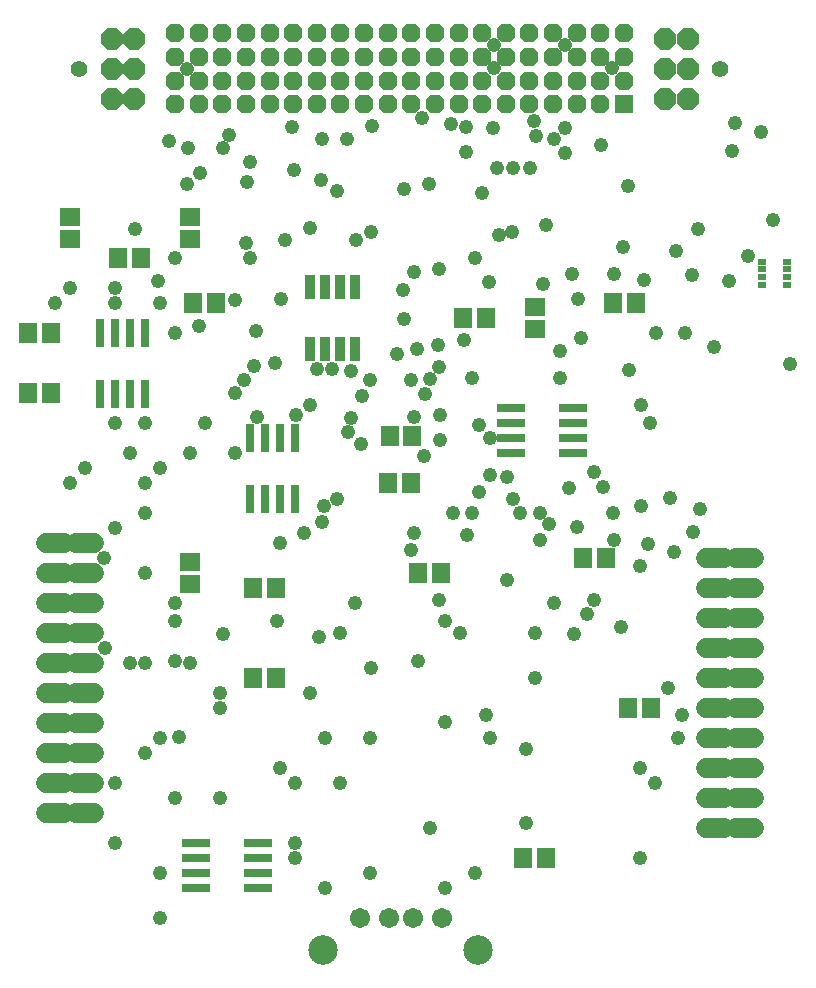
<source format=gts>
G75*
%MOIN*%
%OFA0B0*%
%FSLAX25Y25*%
%IPPOS*%
%LPD*%
%AMOC8*
5,1,8,0,0,1.08239X$1,22.5*
%
%ADD10R,0.03200X0.08300*%
%ADD11C,0.06800*%
%ADD12C,0.05524*%
%ADD13OC8,0.07296*%
%ADD14R,0.06186X0.06186*%
%ADD15OC8,0.06186*%
%ADD16R,0.05918X0.06706*%
%ADD17R,0.06706X0.05918*%
%ADD18R,0.03162X0.09461*%
%ADD19R,0.09461X0.03162*%
%ADD20R,0.02769X0.02178*%
%ADD21C,0.06737*%
%ADD22C,0.09855*%
%ADD23C,0.04762*%
D10*
X0130000Y0245650D03*
X0135000Y0245650D03*
X0140000Y0245650D03*
X0145000Y0245650D03*
X0145000Y0266250D03*
X0140000Y0266250D03*
X0135000Y0266250D03*
X0130000Y0266250D03*
D11*
X0058000Y0180950D02*
X0052000Y0180950D01*
X0048000Y0180950D02*
X0042000Y0180950D01*
X0042000Y0170950D02*
X0048000Y0170950D01*
X0052000Y0170950D02*
X0058000Y0170950D01*
X0058000Y0160950D02*
X0052000Y0160950D01*
X0048000Y0160950D02*
X0042000Y0160950D01*
X0042000Y0150950D02*
X0048000Y0150950D01*
X0052000Y0150950D02*
X0058000Y0150950D01*
X0058000Y0140950D02*
X0052000Y0140950D01*
X0048000Y0140950D02*
X0042000Y0140950D01*
X0042000Y0130950D02*
X0048000Y0130950D01*
X0052000Y0130950D02*
X0058000Y0130950D01*
X0058000Y0120950D02*
X0052000Y0120950D01*
X0048000Y0120950D02*
X0042000Y0120950D01*
X0042000Y0110950D02*
X0048000Y0110950D01*
X0052000Y0110950D02*
X0058000Y0110950D01*
X0058000Y0100950D02*
X0052000Y0100950D01*
X0048000Y0100950D02*
X0042000Y0100950D01*
X0042000Y0090950D02*
X0048000Y0090950D01*
X0052000Y0090950D02*
X0058000Y0090950D01*
X0262000Y0085950D02*
X0268000Y0085950D01*
X0272000Y0085950D02*
X0278000Y0085950D01*
X0278000Y0095950D02*
X0272000Y0095950D01*
X0268000Y0095950D02*
X0262000Y0095950D01*
X0262000Y0105950D02*
X0268000Y0105950D01*
X0272000Y0105950D02*
X0278000Y0105950D01*
X0278000Y0115950D02*
X0272000Y0115950D01*
X0268000Y0115950D02*
X0262000Y0115950D01*
X0262000Y0125950D02*
X0268000Y0125950D01*
X0272000Y0125950D02*
X0278000Y0125950D01*
X0278000Y0135950D02*
X0272000Y0135950D01*
X0268000Y0135950D02*
X0262000Y0135950D01*
X0262000Y0145950D02*
X0268000Y0145950D01*
X0272000Y0145950D02*
X0278000Y0145950D01*
X0278000Y0155950D02*
X0272000Y0155950D01*
X0268000Y0155950D02*
X0262000Y0155950D01*
X0262000Y0165950D02*
X0268000Y0165950D01*
X0272000Y0165950D02*
X0278000Y0165950D01*
X0278000Y0175950D02*
X0272000Y0175950D01*
X0268000Y0175950D02*
X0262000Y0175950D01*
D12*
X0266870Y0338942D03*
X0053130Y0338942D03*
D13*
X0063996Y0339060D03*
X0063996Y0329060D03*
X0071398Y0329060D03*
X0071398Y0339060D03*
X0071398Y0349060D03*
X0063996Y0349060D03*
X0248602Y0349056D03*
X0256004Y0349056D03*
X0256004Y0339056D03*
X0256004Y0329056D03*
X0248602Y0329056D03*
X0248602Y0339056D03*
D14*
X0234803Y0327249D03*
D15*
X0234803Y0335123D03*
X0226929Y0335123D03*
X0226929Y0327249D03*
X0219055Y0327249D03*
X0219055Y0335123D03*
X0211181Y0335123D03*
X0211181Y0327249D03*
X0203307Y0327249D03*
X0195433Y0327249D03*
X0195433Y0335123D03*
X0203307Y0335123D03*
X0203307Y0342997D03*
X0195433Y0342997D03*
X0195433Y0350871D03*
X0203307Y0350871D03*
X0211181Y0350871D03*
X0211181Y0342997D03*
X0219055Y0342997D03*
X0226929Y0342997D03*
X0226929Y0350871D03*
X0219055Y0350871D03*
X0234803Y0350871D03*
X0234803Y0342997D03*
X0187559Y0342997D03*
X0179685Y0342997D03*
X0179685Y0350871D03*
X0187559Y0350871D03*
X0187559Y0335123D03*
X0187559Y0327249D03*
X0179685Y0327249D03*
X0179685Y0335123D03*
X0171811Y0335123D03*
X0171811Y0327249D03*
X0163937Y0327249D03*
X0163937Y0335123D03*
X0156063Y0335123D03*
X0156063Y0327249D03*
X0148189Y0327249D03*
X0148189Y0335123D03*
X0140315Y0335123D03*
X0140315Y0327249D03*
X0132441Y0327249D03*
X0132441Y0335123D03*
X0124567Y0335123D03*
X0124567Y0327249D03*
X0116693Y0327249D03*
X0108819Y0327249D03*
X0108819Y0335123D03*
X0116693Y0335123D03*
X0116693Y0342997D03*
X0124567Y0342997D03*
X0124567Y0350871D03*
X0116693Y0350871D03*
X0108819Y0350871D03*
X0108819Y0342997D03*
X0100945Y0342997D03*
X0093071Y0342997D03*
X0093071Y0350871D03*
X0100945Y0350871D03*
X0100945Y0335123D03*
X0100945Y0327249D03*
X0093071Y0327249D03*
X0093071Y0335123D03*
X0085197Y0335123D03*
X0085197Y0327249D03*
X0085197Y0342997D03*
X0085197Y0350871D03*
X0132441Y0350871D03*
X0132441Y0342997D03*
X0140315Y0342997D03*
X0140315Y0350871D03*
X0148189Y0350871D03*
X0148189Y0342997D03*
X0156063Y0342997D03*
X0156063Y0350871D03*
X0163937Y0350871D03*
X0163937Y0342997D03*
X0171811Y0342997D03*
X0171811Y0350871D03*
D16*
X0231260Y0260950D03*
X0238740Y0260950D03*
X0188740Y0255950D03*
X0181260Y0255950D03*
X0164190Y0216850D03*
X0156710Y0216850D03*
X0156260Y0200950D03*
X0163740Y0200950D03*
X0166260Y0170950D03*
X0173740Y0170950D03*
X0221260Y0175950D03*
X0228740Y0175950D03*
X0236260Y0125950D03*
X0243740Y0125950D03*
X0208740Y0075950D03*
X0201260Y0075950D03*
X0118740Y0135950D03*
X0111260Y0135950D03*
X0111260Y0165950D03*
X0118740Y0165950D03*
X0043740Y0230950D03*
X0036260Y0230950D03*
X0036260Y0250950D03*
X0043740Y0250950D03*
X0066260Y0275950D03*
X0073740Y0275950D03*
X0091260Y0260950D03*
X0098740Y0260950D03*
D17*
X0090000Y0282210D03*
X0090000Y0289690D03*
X0050000Y0289690D03*
X0050000Y0282210D03*
X0090000Y0174690D03*
X0090000Y0167210D03*
X0205000Y0252210D03*
X0205000Y0259690D03*
D18*
X0125000Y0216186D03*
X0120000Y0216186D03*
X0115000Y0216186D03*
X0110000Y0216186D03*
X0110000Y0195714D03*
X0115000Y0195714D03*
X0120000Y0195714D03*
X0125000Y0195714D03*
X0075000Y0230714D03*
X0070000Y0230714D03*
X0065000Y0230714D03*
X0060000Y0230714D03*
X0060000Y0251186D03*
X0065000Y0251186D03*
X0070000Y0251186D03*
X0075000Y0251186D03*
D19*
X0197264Y0225950D03*
X0197264Y0220950D03*
X0197264Y0215950D03*
X0197264Y0210950D03*
X0217736Y0210950D03*
X0217736Y0215950D03*
X0217736Y0220950D03*
X0217736Y0225950D03*
X0112736Y0080950D03*
X0112736Y0075950D03*
X0112736Y0070950D03*
X0112736Y0065950D03*
X0092264Y0065950D03*
X0092264Y0070950D03*
X0092264Y0075950D03*
X0092264Y0080950D03*
D20*
X0280965Y0267111D03*
X0280965Y0269670D03*
X0280965Y0272230D03*
X0280965Y0274789D03*
X0289035Y0274789D03*
X0289035Y0272230D03*
X0289035Y0269670D03*
X0289035Y0267111D03*
D21*
X0174230Y0056142D03*
X0164387Y0056142D03*
X0156513Y0056142D03*
X0146670Y0056142D03*
D22*
X0134584Y0045472D03*
X0186316Y0045472D03*
D23*
X0065000Y0080950D03*
X0080000Y0070950D03*
X0080000Y0055950D03*
X0085000Y0095950D03*
X0075000Y0110950D03*
X0080000Y0115950D03*
X0086375Y0116275D03*
X0100000Y0125950D03*
X0100000Y0130950D03*
X0090000Y0140950D03*
X0085250Y0141700D03*
X0075000Y0140950D03*
X0070000Y0140950D03*
X0061800Y0145950D03*
X0085250Y0155200D03*
X0085000Y0160950D03*
X0075000Y0170950D03*
X0061575Y0175950D03*
X0065000Y0185950D03*
X0075000Y0190950D03*
X0075000Y0200950D03*
X0080000Y0205950D03*
X0090000Y0210950D03*
X0095000Y0220950D03*
X0105000Y0230950D03*
X0108200Y0235525D03*
X0111350Y0240025D03*
X0118425Y0240900D03*
X0112250Y0251725D03*
X0105275Y0262075D03*
X0110000Y0275950D03*
X0108875Y0281200D03*
X0121925Y0282100D03*
X0130025Y0285925D03*
X0139025Y0298525D03*
X0133850Y0302125D03*
X0124775Y0305500D03*
X0134075Y0315625D03*
X0142400Y0315850D03*
X0150725Y0319900D03*
X0167600Y0322600D03*
X0177275Y0320575D03*
X0182225Y0319675D03*
X0182000Y0311350D03*
X0191225Y0319450D03*
X0192350Y0305950D03*
X0197750Y0305950D03*
X0203375Y0305950D03*
X0205400Y0316750D03*
X0204725Y0321700D03*
X0211475Y0315850D03*
X0215075Y0319450D03*
X0215000Y0310950D03*
X0227000Y0313600D03*
X0236225Y0300100D03*
X0234650Y0279850D03*
X0231500Y0270850D03*
X0241625Y0268825D03*
X0252200Y0278500D03*
X0257375Y0270400D03*
X0269750Y0268375D03*
X0276050Y0276700D03*
X0284375Y0288850D03*
X0270725Y0311625D03*
X0271775Y0321025D03*
X0280325Y0318100D03*
X0259400Y0285700D03*
X0255000Y0250950D03*
X0245450Y0251050D03*
X0236450Y0238675D03*
X0240500Y0227200D03*
X0243650Y0220900D03*
X0227675Y0199750D03*
X0224750Y0204700D03*
X0216425Y0199300D03*
X0206750Y0191200D03*
X0209675Y0187375D03*
X0206750Y0182200D03*
X0200000Y0191200D03*
X0197750Y0195700D03*
X0195950Y0202900D03*
X0190100Y0203800D03*
X0186500Y0197950D03*
X0184250Y0191200D03*
X0177750Y0190950D03*
X0182450Y0183550D03*
X0195950Y0168700D03*
X0211475Y0161050D03*
X0222500Y0157450D03*
X0224750Y0161950D03*
X0233750Y0152950D03*
X0218000Y0150700D03*
X0205000Y0150950D03*
X0205000Y0135950D03*
X0190000Y0115950D03*
X0188750Y0123700D03*
X0175250Y0121450D03*
X0166250Y0141700D03*
X0150500Y0139450D03*
X0140000Y0150950D03*
X0133175Y0149575D03*
X0119000Y0155200D03*
X0101000Y0150700D03*
X0130000Y0130950D03*
X0135000Y0115950D03*
X0150000Y0115950D03*
X0140000Y0100950D03*
X0125000Y0100950D03*
X0120000Y0105950D03*
X0100000Y0095950D03*
X0125000Y0080950D03*
X0125000Y0075950D03*
X0135000Y0065950D03*
X0150000Y0070950D03*
X0170000Y0085950D03*
X0185000Y0070950D03*
X0175000Y0065950D03*
X0202250Y0087700D03*
X0202250Y0112450D03*
X0180000Y0150950D03*
X0175250Y0155200D03*
X0173000Y0161950D03*
X0163875Y0178700D03*
X0164900Y0184450D03*
X0168275Y0209875D03*
X0173450Y0215275D03*
X0173450Y0223600D03*
X0168500Y0230575D03*
X0170175Y0235725D03*
X0173225Y0239575D03*
X0172775Y0247000D03*
X0165800Y0245650D03*
X0159050Y0244075D03*
X0163775Y0235300D03*
X0164675Y0223150D03*
X0147350Y0229900D03*
X0150050Y0235300D03*
X0143975Y0238450D03*
X0137450Y0238900D03*
X0132500Y0239125D03*
X0130250Y0227200D03*
X0125525Y0223600D03*
X0112475Y0222925D03*
X0105000Y0210950D03*
X0120000Y0180950D03*
X0128000Y0184450D03*
X0134075Y0188050D03*
X0134750Y0193450D03*
X0139250Y0195700D03*
X0147125Y0213925D03*
X0142850Y0217975D03*
X0143750Y0222700D03*
X0161525Y0255775D03*
X0161125Y0265225D03*
X0164675Y0271300D03*
X0173000Y0272425D03*
X0185000Y0275950D03*
X0189875Y0267925D03*
X0193025Y0283675D03*
X0197525Y0284800D03*
X0187625Y0297625D03*
X0169775Y0300725D03*
X0161525Y0298975D03*
X0150400Y0284600D03*
X0145325Y0281875D03*
X0120350Y0262525D03*
X0093125Y0253525D03*
X0085000Y0250950D03*
X0080000Y0260950D03*
X0079625Y0268375D03*
X0085000Y0275950D03*
X0071750Y0285700D03*
X0065000Y0265950D03*
X0065000Y0260950D03*
X0050000Y0265950D03*
X0045000Y0260950D03*
X0065000Y0220950D03*
X0070000Y0210950D03*
X0075000Y0220950D03*
X0055000Y0205950D03*
X0050000Y0200950D03*
X0065000Y0100950D03*
X0145000Y0160950D03*
X0190100Y0215950D03*
X0186500Y0220450D03*
X0184250Y0236200D03*
X0181325Y0248575D03*
X0207875Y0267250D03*
X0217325Y0270850D03*
X0219350Y0262525D03*
X0220475Y0249475D03*
X0213500Y0245200D03*
X0213500Y0236200D03*
X0240500Y0193450D03*
X0231275Y0191200D03*
X0231500Y0182200D03*
X0242975Y0180850D03*
X0240275Y0173425D03*
X0251525Y0177925D03*
X0257825Y0184675D03*
X0260000Y0192250D03*
X0250000Y0195950D03*
X0219100Y0186400D03*
X0249500Y0132700D03*
X0254000Y0123700D03*
X0252750Y0115950D03*
X0240000Y0105950D03*
X0245000Y0100950D03*
X0240000Y0075950D03*
X0290000Y0240700D03*
X0264800Y0246325D03*
X0208775Y0287050D03*
X0191450Y0339250D03*
X0191450Y0346900D03*
X0215075Y0346900D03*
X0230825Y0339250D03*
X0124175Y0319675D03*
X0110000Y0308200D03*
X0109100Y0301225D03*
X0101000Y0312700D03*
X0103250Y0317200D03*
X0093575Y0304375D03*
X0089075Y0300775D03*
X0089525Y0312700D03*
X0083000Y0314950D03*
X0089075Y0339025D03*
M02*

</source>
